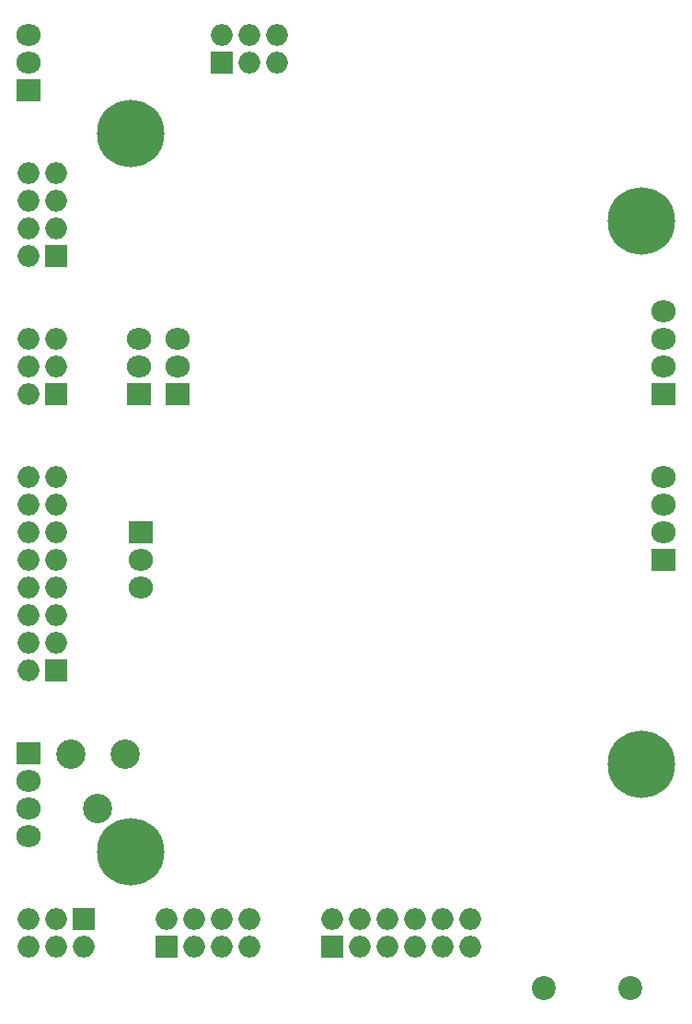
<source format=gbs>
G04 #@! TF.FileFunction,Soldermask,Bot*
%FSLAX46Y46*%
G04 Gerber Fmt 4.6, Leading zero omitted, Abs format (unit mm)*
G04 Created by KiCad (PCBNEW 4.0.1-stable) date 23.06.2016 01:41:27*
%MOMM*%
G01*
G04 APERTURE LIST*
%ADD10C,0.100000*%
%ADD11R,2.000000X2.000000*%
%ADD12O,2.000000X2.000000*%
%ADD13R,2.232000X2.000000*%
%ADD14O,2.232000X2.000000*%
%ADD15C,2.200000*%
%ADD16C,2.699360*%
%ADD17C,6.200000*%
G04 APERTURE END LIST*
D10*
D11*
X137160000Y-88900000D03*
D12*
X134620000Y-88900000D03*
X137160000Y-86360000D03*
X134620000Y-86360000D03*
X137160000Y-83820000D03*
X134620000Y-83820000D03*
D13*
X148294888Y-88900000D03*
D14*
X148294888Y-86360000D03*
X148294888Y-83820000D03*
D13*
X144780000Y-88900000D03*
D14*
X144780000Y-86360000D03*
X144780000Y-83820000D03*
D13*
X144916000Y-101600000D03*
D14*
X144916000Y-104140000D03*
X144916000Y-106680000D03*
D11*
X162560000Y-139700000D03*
D12*
X162560000Y-137160000D03*
X165100000Y-139700000D03*
X165100000Y-137160000D03*
X167640000Y-139700000D03*
X167640000Y-137160000D03*
X170180000Y-139700000D03*
X170180000Y-137160000D03*
X172720000Y-139700000D03*
X172720000Y-137160000D03*
X175260000Y-139700000D03*
X175260000Y-137160000D03*
D11*
X147320000Y-139700000D03*
D12*
X147320000Y-137160000D03*
X149860000Y-139700000D03*
X149860000Y-137160000D03*
X152400000Y-139700000D03*
X152400000Y-137160000D03*
X154940000Y-139700000D03*
X154940000Y-137160000D03*
D15*
X182000000Y-143500000D03*
X190000000Y-143500000D03*
D13*
X193040000Y-88900000D03*
D14*
X193040000Y-86360000D03*
X193040000Y-83820000D03*
X193040000Y-81280000D03*
D13*
X193040000Y-104140000D03*
D14*
X193040000Y-101600000D03*
X193040000Y-99060000D03*
X193040000Y-96520000D03*
D11*
X137160000Y-76200000D03*
D12*
X134620000Y-76200000D03*
X137160000Y-73660000D03*
X134620000Y-73660000D03*
X137160000Y-71120000D03*
X134620000Y-71120000D03*
X137160000Y-68580000D03*
X134620000Y-68580000D03*
D13*
X134620000Y-121920000D03*
D14*
X134620000Y-124460000D03*
X134620000Y-127000000D03*
X134620000Y-129540000D03*
D11*
X139700000Y-137160000D03*
D12*
X139700000Y-139700000D03*
X137160000Y-137160000D03*
X137160000Y-139700000D03*
X134620000Y-137160000D03*
X134620000Y-139700000D03*
D11*
X152400000Y-58420000D03*
D12*
X152400000Y-55880000D03*
X154940000Y-58420000D03*
X154940000Y-55880000D03*
X157480000Y-58420000D03*
X157480000Y-55880000D03*
D16*
X141000640Y-127039360D03*
X138501280Y-122000000D03*
X143500000Y-122000000D03*
D13*
X134620000Y-60960000D03*
D14*
X134620000Y-58420000D03*
X134620000Y-55880000D03*
D17*
X191000000Y-123000000D03*
X191000000Y-73000000D03*
X144000000Y-65000000D03*
X144000000Y-131000000D03*
D11*
X137160000Y-114300000D03*
D12*
X134620000Y-114300000D03*
X137160000Y-111760000D03*
X134620000Y-111760000D03*
X137160000Y-109220000D03*
X134620000Y-109220000D03*
X137160000Y-106680000D03*
X134620000Y-106680000D03*
X137160000Y-104140000D03*
X134620000Y-104140000D03*
X137160000Y-101600000D03*
X134620000Y-101600000D03*
X137160000Y-99060000D03*
X134620000Y-99060000D03*
X137160000Y-96520000D03*
X134620000Y-96520000D03*
M02*

</source>
